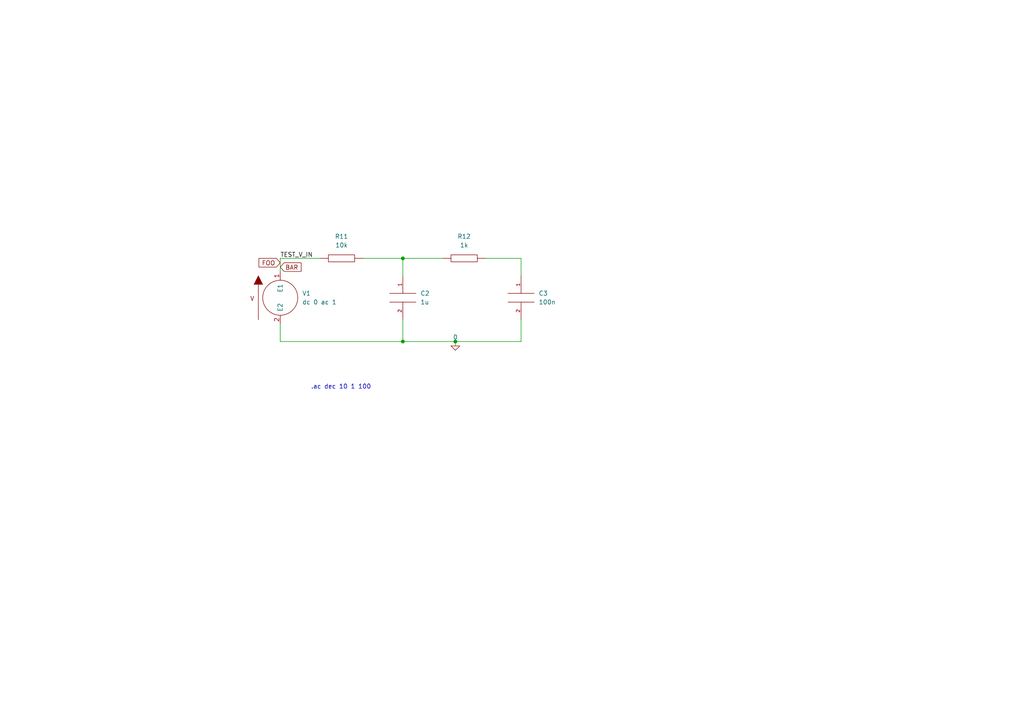
<source format=kicad_sch>
(kicad_sch (version 20211123) (generator eeschema)
  (paper "A4")
  (lib_symbols
    (symbol "pspice:0" (power) (pin_names (offset 0))
      (property "Value" "0" (at 0 -1.778 0))
      (symbol "0_0_1"
        (polyline (pts (xy -1.27 0) (xy 0 -1.27) (xy 1.27 0) (xy -1.27 0)))
      )
      (symbol "0_1_1"
        (pin power_in line (at 0 0 0) (length 0) hide (name "0") (number "1"))
      )
    )
    (symbol "pspice:CAP" (pin_names (offset 0.254))
      (property "Reference" "C" (at 2.54 3.81 90))
      (property "Value" "CAP" (at 2.54 -3.81 90))
      (symbol "CAP_0_1"
        (polyline (pts (xy -3.81 -1.27) (xy 3.81 -1.27)))
        (polyline (pts (xy -3.81 1.27) (xy 3.81 1.27)))
      )
      (symbol "CAP_1_1"
        (pin passive line (at 0 6.35 270) (length 5.08) (name "~") (number "1"))
        (pin passive line (at 0 -6.35 90) (length 5.08) (name "~") (number "2"))
      )
    )
    (symbol "pspice:R" (pin_numbers hide) (pin_names (offset 0))
      (property "Reference" "R" (at 2.032 0 90))
      (property "Value" "R" (at 0 0 90))
      (symbol "R_0_1"
        (rectangle (start -1.016 3.81) (end 1.016 -3.81))
      )
      (symbol "R_1_1"
        (pin passive line (at 0 6.35 270) (length 2.54) (name "~") (number "1"))
        (pin passive line (at 0 -6.35 90) (length 2.54) (name "~") (number "2"))
      )
    )
    (symbol "pspice:VSOURCE" (pin_names (offset 1.016))
      (property "Reference" "V" (at -6.35 7.62 0))
      (property "Value" "VSOURCE" (at 0 0 0))
      (symbol "VSOURCE_0_1"
        (polyline (pts (xy -6.35 -6.35) (xy -6.35 3.81)) (fill (type outline)))
        (polyline (pts (xy -7.62 3.81) (xy -6.35 6.35) (xy -5.08 3.81)) (fill (type outline)))
        (circle (center 0 0) (radius 5.08))
        (text "V" (at -8.128 -0.254 0) (effects (font (size 1.27 1.27))))
      )
      (symbol "VSOURCE_1_1"
        (pin input line (at 0 7.62 270) (length 2.54) (name "E1") (number "1"))
        (pin input line (at 0 -7.62 90) (length 2.54) (name "E2") (number "2"))
      )
    )
  )
  (junction (at 132.08 99.06))
  (junction (at 116.84 74.93))
  (junction (at 116.84 99.06))
  (wire (pts (xy 140.97 74.93) (xy 151.13 74.93)))
  (wire (pts (xy 81.28 78.74) (xy 81.28 74.93)))
  (wire (pts (xy 132.08 99.06) (xy 132.08 100.33)))
  (wire (pts (xy 151.13 74.93) (xy 151.13 80.01)))
  (wire (pts (xy 81.28 74.93) (xy 92.71 74.93)))
  (wire (pts (xy 116.84 74.93) (xy 116.84 80.01)))
  (wire (pts (xy 81.28 93.98) (xy 81.28 99.06)))
  (wire (pts (xy 116.84 74.93) (xy 128.27 74.93)))
  (wire (pts (xy 105.41 74.93) (xy 116.84 74.93)))
  (wire (pts (xy 116.84 99.06) (xy 132.08 99.06)))
  (wire (pts (xy 151.13 99.06) (xy 132.08 99.06)))
  (wire (pts (xy 116.84 92.71) (xy 116.84 99.06)))
  (wire (pts (xy 151.13 92.71) (xy 151.13 99.06)))
  (wire (pts (xy 81.28 99.06) (xy 116.84 99.06)))
  (text ".ac dec 10 1 100" (at 90.17 113.03 0) (effects (font (size 1.27 1.27)) (justify left bottom)))
  (label "TEST_V_IN" (at 81.28 74.93 0))
  (global_label "BAR" (shape input) (at 81.28 77.47 0) (property "Zwischen-Schaltplan-Referenzen" "${INTERSHEET_REFS}" (effects hide)))
  (global_label "FOO" (shape input) (at 81.28 76.2 180) (property "Zwischen-Schaltplan-Referenzen" "${INTERSHEET_REFS}" (effects hide)))
  (symbol (lib_id "pspice:CAP") (at 151.13 86.36 0) (unit 1)
    (property "Reference" "C3" (at 156.21 85.0899 0) (effects (justify left)))
    (property "Value" "100n" (at 156.21 87.6299 0) (effects (justify left)))
  )
  (symbol (lib_id "pspice:R") (at 99.06 74.93 90) (unit 1)
    (property "Reference" "R11" (at 99.06 68.58 90))
    (property "Value" "10k" (at 99.06 71.12 90))
  )
  (symbol (lib_id "pspice:VSOURCE") (at 81.28 86.36 0) (unit 1)
    (property "Reference" "V1" (at 87.63 85.0899 0) (effects (justify left)))
    (property "Value" "dc 0 ac 1" (at 87.63 87.6299 0) (effects (justify left)))
  )
  (symbol (lib_id "pspice:R") (at 134.62 74.93 90) (unit 1)
    (property "Reference" "R12" (at 134.62 68.58 90))
    (property "Value" "1k" (at 134.62 71.12 90))
  )
  (symbol (lib_id "pspice:CAP") (at 116.84 86.36 0) (unit 1)
    (property "Reference" "C2" (at 121.92 85.0899 0) (effects (justify left)))
    (property "Value" "1u" (at 121.92 87.6299 0) (effects (justify left)))
  )
  (symbol (lib_id "pspice:0") (at 132.08 100.33 0) (unit 1)
    (property "Reference" "#GND01" (effects hide))
    (property "Value" "0" (at 132.08 97.79 0))
  )
)
</source>
